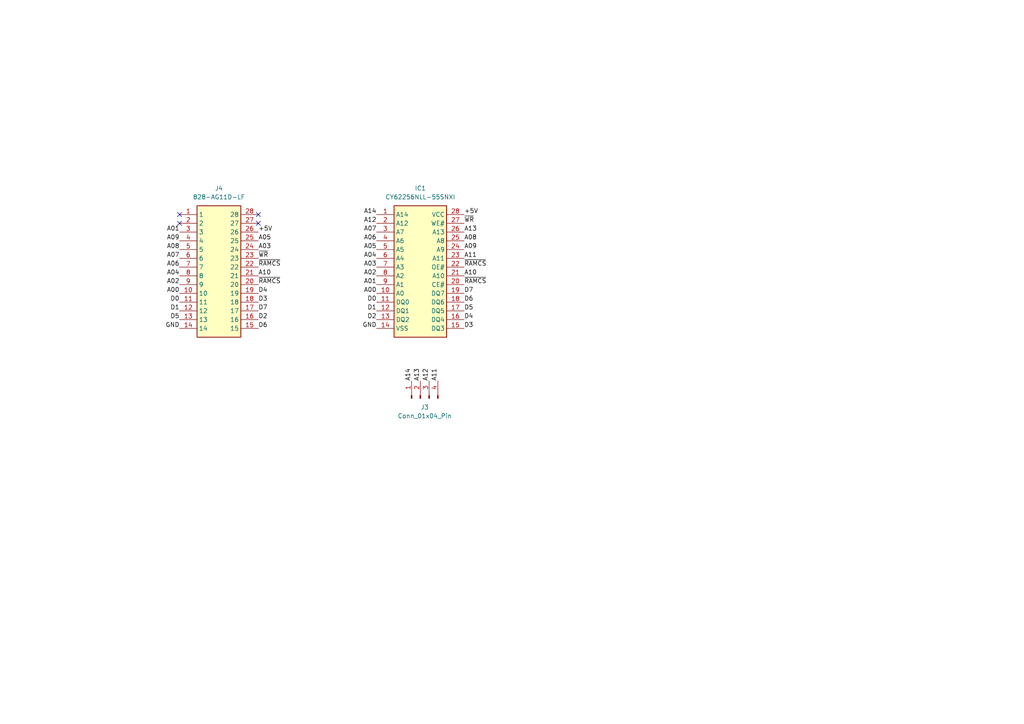
<source format=kicad_sch>
(kicad_sch (version 20230121) (generator eeschema)
  (paper "A4")
  (title_block (title "ZX81/TS1000 32KB RAM Board") (date "2023-09-10") (rev "INITIAL") (company "Brett Hallen") (comment 1 "youtube.com/@brfff"))
  (lib_symbols
    (symbol "828-AG11D-LF:828-AG11D-LF"
      (property "Reference" "J" (at 19.05 7.62 0))
      (property "Value" "828-AG11D-LF" (at 19.05 5.08 0))
      (symbol "828-AG11D-LF_1_1"
        (rectangle (start 5.08 2.54) (end 17.78 -35.56) (stroke (width 0.254)) (fill (type background)))
        (pin passive line (at 0 0 0) (length 5.08) (name "1") (number "1"))
        (pin passive line (at 0 -22.86 0) (length 5.08) (name "10") (number "10"))
        (pin passive line (at 0 -25.4 0) (length 5.08) (name "11") (number "11"))
        (pin passive line (at 0 -27.94 0) (length 5.08) (name "12") (number "12"))
        (pin passive line (at 0 -30.48 0) (length 5.08) (name "13") (number "13"))
        (pin passive line (at 0 -33.02 0) (length 5.08) (name "14") (number "14"))
        (pin passive line (at 22.86 -33.02 180) (length 5.08) (name "15") (number "15"))
        (pin passive line (at 22.86 -30.48 180) (length 5.08) (name "16") (number "16"))
        (pin passive line (at 22.86 -27.94 180) (length 5.08) (name "17") (number "17"))
        (pin passive line (at 22.86 -25.4 180) (length 5.08) (name "18") (number "18"))
        (pin passive line (at 22.86 -22.86 180) (length 5.08) (name "19") (number "19"))
        (pin passive line (at 0 -2.54 0) (length 5.08) (name "2") (number "2"))
        (pin passive line (at 22.86 -20.32 180) (length 5.08) (name "20") (number "20"))
        (pin passive line (at 22.86 -17.78 180) (length 5.08) (name "21") (number "21"))
        (pin passive line (at 22.86 -15.24 180) (length 5.08) (name "22") (number "22"))
        (pin passive line (at 22.86 -12.7 180) (length 5.08) (name "23") (number "23"))
        (pin passive line (at 22.86 -10.16 180) (length 5.08) (name "24") (number "24"))
        (pin passive line (at 22.86 -7.62 180) (length 5.08) (name "25") (number "25"))
        (pin passive line (at 22.86 -5.08 180) (length 5.08) (name "26") (number "26"))
        (pin passive line (at 22.86 -2.54 180) (length 5.08) (name "27") (number "27"))
        (pin passive line (at 22.86 0 180) (length 5.08) (name "28") (number "28"))
        (pin passive line (at 0 -5.08 0) (length 5.08) (name "3") (number "3"))
        (pin passive line (at 0 -7.62 0) (length 5.08) (name "4") (number "4"))
        (pin passive line (at 0 -10.16 0) (length 5.08) (name "5") (number "5"))
        (pin passive line (at 0 -12.7 0) (length 5.08) (name "6") (number "6"))
        (pin passive line (at 0 -15.24 0) (length 5.08) (name "7") (number "7"))
        (pin passive line (at 0 -17.78 0) (length 5.08) (name "8") (number "8"))
        (pin passive line (at 0 -20.32 0) (length 5.08) (name "9") (number "9"))
      )
    )
    (symbol "AS6C62256-55PCN:AS6C62256-55PCN"
      (property "Reference" "IC" (at 21.59 7.62 0))
      (property "Value" "AS6C62256-55PCN" (at 21.59 5.08 0))
      (symbol "AS6C62256-55PCN_1_1"
        (rectangle (start 5.08 2.54) (end 20.32 -35.56) (stroke (width 0.254)) (fill (type background)))
        (pin input line (at 0 0 0) (length 5.08) (name "A14") (number "1"))
        (pin input line (at 0 -22.86 0) (length 5.08) (name "A0") (number "10"))
        (pin bidirectional line (at 0 -25.4 0) (length 5.08) (name "DQ0") (number "11"))
        (pin bidirectional line (at 0 -27.94 0) (length 5.08) (name "DQ1") (number "12"))
        (pin bidirectional line (at 0 -30.48 0) (length 5.08) (name "DQ2") (number "13"))
        (pin power_in line (at 0 -33.02 0) (length 5.08) (name "VSS") (number "14"))
        (pin bidirectional line (at 25.4 -33.02 180) (length 5.08) (name "DQ3") (number "15"))
        (pin bidirectional line (at 25.4 -30.48 180) (length 5.08) (name "DQ4") (number "16"))
        (pin bidirectional line (at 25.4 -27.94 180) (length 5.08) (name "DQ5") (number "17"))
        (pin bidirectional line (at 25.4 -25.4 180) (length 5.08) (name "DQ6") (number "18"))
        (pin bidirectional line (at 25.4 -22.86 180) (length 5.08) (name "DQ7") (number "19"))
        (pin input line (at 0 -2.54 0) (length 5.08) (name "A12") (number "2"))
        (pin input line (at 25.4 -20.32 180) (length 5.08) (name "CE#") (number "20"))
        (pin input line (at 25.4 -17.78 180) (length 5.08) (name "A10") (number "21"))
        (pin input line (at 25.4 -15.24 180) (length 5.08) (name "OE#") (number "22"))
        (pin input line (at 25.4 -12.7 180) (length 5.08) (name "A11") (number "23"))
        (pin input line (at 25.4 -10.16 180) (length 5.08) (name "A9") (number "24"))
        (pin input line (at 25.4 -7.62 180) (length 5.08) (name "A8") (number "25"))
        (pin input line (at 25.4 -5.08 180) (length 5.08) (name "A13") (number "26"))
        (pin input line (at 25.4 -2.54 180) (length 5.08) (name "WE#") (number "27"))
        (pin power_in line (at 25.4 0 180) (length 5.08) (name "VCC") (number "28"))
        (pin input line (at 0 -5.08 0) (length 5.08) (name "A7") (number "3"))
        (pin input line (at 0 -7.62 0) (length 5.08) (name "A6") (number "4"))
        (pin input line (at 0 -10.16 0) (length 5.08) (name "A5") (number "5"))
        (pin input line (at 0 -12.7 0) (length 5.08) (name "A4") (number "6"))
        (pin input line (at 0 -15.24 0) (length 5.08) (name "A3") (number "7"))
        (pin input line (at 0 -17.78 0) (length 5.08) (name "A2") (number "8"))
        (pin input line (at 0 -20.32 0) (length 5.08) (name "A1") (number "9"))
      )
    )
    (symbol "Connector:Conn_01x04_Pin" (pin_names (offset 1.016) hide)
      (property "Reference" "J" (at 0 5.08 0))
      (property "Value" "Conn_01x04_Pin" (at 0 -7.62 0))
      (symbol "Conn_01x04_Pin_1_1"
        (polyline (pts (xy 1.27 -5.08) (xy 0.8636 -5.08)) (stroke (width 0.1524)))
        (polyline (pts (xy 1.27 -2.54) (xy 0.8636 -2.54)) (stroke (width 0.1524)))
        (polyline (pts (xy 1.27 0) (xy 0.8636 0)) (stroke (width 0.1524)))
        (polyline (pts (xy 1.27 2.54) (xy 0.8636 2.54)) (stroke (width 0.1524)))
        (rectangle (start 0.8636 -4.953) (end 0 -5.207) (stroke (width 0.1524)) (fill (type outline)))
        (rectangle (start 0.8636 -2.413) (end 0 -2.667) (stroke (width 0.1524)) (fill (type outline)))
        (rectangle (start 0.8636 0.127) (end 0 -0.127) (stroke (width 0.1524)) (fill (type outline)))
        (rectangle (start 0.8636 2.667) (end 0 2.413) (stroke (width 0.1524)) (fill (type outline)))
        (pin passive line (at 5.08 2.54 180) (length 3.81) (name "Pin_1") (number "1"))
        (pin passive line (at 5.08 0 180) (length 3.81) (name "Pin_2") (number "2"))
        (pin passive line (at 5.08 -2.54 180) (length 3.81) (name "Pin_3") (number "3"))
        (pin passive line (at 5.08 -5.08 180) (length 3.81) (name "Pin_4") (number "4"))
      )
    )
  )
  (no_connect (at 52.07 62.23))
  (no_connect (at 74.93 62.23))
  (no_connect (at 52.07 64.77))
  (no_connect (at 74.93 64.77))
  (label "A01" (at 52.07 67.31 180))
  (label "A02" (at 52.07 82.55 180))
  (label "A13" (at 134.62 67.31 0))
  (label "D2" (at 74.93 92.71 0))
  (label "A04" (at 109.22 74.93 180))
  (label "D7" (at 74.93 90.17 0))
  (label "A09" (at 134.62 72.39 0))
  (label "A14" (at 119.38 110.49 90))
  (label "A02" (at 109.22 80.01 180))
  (label "A01" (at 109.22 82.55 180))
  (label "D5" (at 134.62 90.17 0))
  (label "A11" (at 134.62 74.93 0))
  (label "A10" (at 134.62 80.01 0))
  (label "~{RAMCS}" (at 74.93 77.47 0))
  (label "A13" (at 121.92 110.49 90))
  (label "A00" (at 52.07 85.09 180))
  (label "D3" (at 74.93 87.63 0))
  (label "D1" (at 109.22 90.17 180))
  (label "D5" (at 52.07 92.71 180))
  (label "A06" (at 52.07 77.47 180))
  (label "D3" (at 134.62 95.25 0))
  (label "~{RAMCS}" (at 74.93 82.55 0))
  (label "A00" (at 109.22 85.09 180))
  (label "~{WR}" (at 74.93 74.93 0))
  (label "D7" (at 134.62 85.09 0))
  (label "A07" (at 109.22 67.31 180))
  (label "+5V" (at 134.62 62.23 0))
  (label "D6" (at 74.93 95.25 0))
  (label "~{RAMCS}" (at 134.62 82.55 0))
  (label "A05" (at 109.22 72.39 180))
  (label "A11" (at 127 110.49 90))
  (label "GND" (at 52.07 95.25 180))
  (label "A03" (at 109.22 77.47 180))
  (label "D0" (at 109.22 87.63 180))
  (label "A05" (at 74.93 69.85 0))
  (label "A04" (at 52.07 80.01 180))
  (label "D6" (at 134.62 87.63 0))
  (label "D4" (at 74.93 85.09 0))
  (label "D4" (at 134.62 92.71 0))
  (label "A03" (at 74.93 72.39 0))
  (label "~{WR}" (at 134.62 64.77 0))
  (label "D0" (at 52.07 87.63 180))
  (label "A06" (at 109.22 69.85 180))
  (label "A08" (at 52.07 72.39 180))
  (label "GND" (at 109.22 95.25 180))
  (label "A08" (at 134.62 69.85 0))
  (label "~{RAMCS}" (at 134.62 77.47 0))
  (label "A07" (at 52.07 74.93 180))
  (label "A14" (at 109.22 62.23 180))
  (label "A12" (at 109.22 64.77 180))
  (label "A10" (at 74.93 80.01 0))
  (label "D2" (at 109.22 92.71 180))
  (label "A12" (at 124.46 110.49 90))
  (label "D1" (at 52.07 90.17 180))
  (label "+5V" (at 74.93 67.31 0))
  (label "A09" (at 52.07 69.85 180))
  (symbol (lib_id "828-AG11D-LF:828-AG11D-LF") (at 52.07 62.23 0) (unit 1)
    (property "Reference" "J4" (at 63.5 54.61 0))
    (property "Value" "828-AG11D-LF" (at 63.5 57.15 0))
    (property "Footprint" "CluelessEngineer:828AG11DLF" (effects hide))
    (property "Datasheet" "https://www.te.com/commerce/DocumentDelivery/DDEController?Action=showdoc&DocId=Customer+Drawing%7F1571586%7FB2%7Fpdf%7FEnglish%7FENG_CD_1571586_B2.pdf%7F2-1571586-9" (effects hide))
    (property "Height" "4.572" (effects hide))
    (property "Mouser Part Number" "571-2-1571586-9" (effects hide))
    (property "Mouser Price/Stock" "https://www.mouser.co.uk/ProductDetail/TE-Connectivity-AMP/828-AG11D-LF?qs=IGgAdOvCTsSESz9EmpsYgw%3D%3D" (effects hide))
    (property "Manufacturer_Name" "TE Connectivity" (effects hide))
    (property "Manufacturer_Part_Number" "828-AG11D-LF" (effects hide))
  )
  (symbol (lib_id "AS6C62256-55PCN:AS6C62256-55PCN") (at 109.22 62.23 0) (unit 1)
    (property "Reference" "IC1" (at 121.92 54.61 0))
    (property "Value" "CY62256NLL-55SNXI" (at 121.92 57.15 0))
    (property "Footprint" "CluelessEngineer:DIP1587W140P254L3632H381Q28N" (effects hide))
    (property "Datasheet" "https://componentsearchengine.com/Datasheets/1/AS6C62256-55PCN.pdf" (effects hide))
    (property "Height" "3.81" (effects hide))
    (property "Mouser Part Number" "913-AS6C62256-55PCN" (effects hide))
    (property "Mouser Price/Stock" "https://www.mouser.co.uk/ProductDetail/Alliance-Memory/AS6C62256-55PCN?qs=LD2UibpCYJqgbIupMJnGTQ%3D%3D" (effects hide))
    (property "Manufacturer_Name" "Alliance Memory" (effects hide))
    (property "Manufacturer_Part_Number" "AS6C62256-55PCN" (effects hide))
  )
  (symbol (lib_id "Connector:Conn_01x04_Pin") (at 121.92 115.57 90) (unit 1)
    (property "Reference" "J3" (at 123.19 118.11 90))
    (property "Value" "Conn_01x04_Pin" (at 123.19 120.65 90))
    (property "Footprint" "Connector_PinHeader_2.54mm:PinHeader_1x04_P2.54mm_Horizontal" (effects hide))
  )
)
</source>
